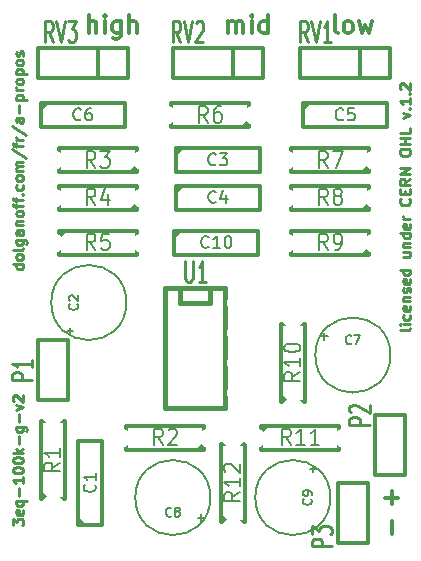
<source format=gto>
%FSLAX46Y46*%
G04 Gerber Fmt 4.6, Leading zero omitted, Abs format (unit mm)*
G04 Created by KiCad (PCBNEW (2014-09-19 BZR 5142)-product) date 28/09/2014 23:35:33*
%MOMM*%
G01*
G04 APERTURE LIST*
%ADD10C,0.100000*%
%ADD11C,0.222250*%
%ADD12C,0.300000*%
%ADD13C,0.304800*%
%ADD14C,0.127000*%
%ADD15C,0.381000*%
%ADD16C,0.203200*%
%ADD17C,0.190500*%
%ADD18C,0.271780*%
%ADD19C,0.269240*%
%ADD20C,0.285750*%
%ADD21C,1.778000*%
%ADD22R,1.778000X1.778000*%
%ADD23R,2.286000X1.778000*%
%ADD24O,2.286000X1.778000*%
G04 APERTURE END LIST*
D10*
D11*
X113432167Y-121094501D02*
X113432167Y-120544168D01*
X113770833Y-120840501D01*
X113770833Y-120713501D01*
X113813167Y-120628834D01*
X113855500Y-120586501D01*
X113940167Y-120544168D01*
X114151833Y-120544168D01*
X114236500Y-120586501D01*
X114278833Y-120628834D01*
X114321167Y-120713501D01*
X114321167Y-120967501D01*
X114278833Y-121052168D01*
X114236500Y-121094501D01*
X114278833Y-119824501D02*
X114321167Y-119909167D01*
X114321167Y-120078501D01*
X114278833Y-120163167D01*
X114194167Y-120205501D01*
X113855500Y-120205501D01*
X113770833Y-120163167D01*
X113728500Y-120078501D01*
X113728500Y-119909167D01*
X113770833Y-119824501D01*
X113855500Y-119782167D01*
X113940167Y-119782167D01*
X114024833Y-120205501D01*
X113728500Y-119020167D02*
X114617500Y-119020167D01*
X114278833Y-119020167D02*
X114321167Y-119104834D01*
X114321167Y-119274167D01*
X114278833Y-119358834D01*
X114236500Y-119401167D01*
X114151833Y-119443501D01*
X113897833Y-119443501D01*
X113813167Y-119401167D01*
X113770833Y-119358834D01*
X113728500Y-119274167D01*
X113728500Y-119104834D01*
X113770833Y-119020167D01*
X113982500Y-118596834D02*
X113982500Y-117919501D01*
X114321167Y-117030501D02*
X114321167Y-117538501D01*
X114321167Y-117284501D02*
X113432167Y-117284501D01*
X113559167Y-117369167D01*
X113643833Y-117453834D01*
X113686167Y-117538501D01*
X113432167Y-116480167D02*
X113432167Y-116395500D01*
X113474500Y-116310834D01*
X113516833Y-116268500D01*
X113601500Y-116226167D01*
X113770833Y-116183834D01*
X113982500Y-116183834D01*
X114151833Y-116226167D01*
X114236500Y-116268500D01*
X114278833Y-116310834D01*
X114321167Y-116395500D01*
X114321167Y-116480167D01*
X114278833Y-116564834D01*
X114236500Y-116607167D01*
X114151833Y-116649500D01*
X113982500Y-116691834D01*
X113770833Y-116691834D01*
X113601500Y-116649500D01*
X113516833Y-116607167D01*
X113474500Y-116564834D01*
X113432167Y-116480167D01*
X113432167Y-115633500D02*
X113432167Y-115548833D01*
X113474500Y-115464167D01*
X113516833Y-115421833D01*
X113601500Y-115379500D01*
X113770833Y-115337167D01*
X113982500Y-115337167D01*
X114151833Y-115379500D01*
X114236500Y-115421833D01*
X114278833Y-115464167D01*
X114321167Y-115548833D01*
X114321167Y-115633500D01*
X114278833Y-115718167D01*
X114236500Y-115760500D01*
X114151833Y-115802833D01*
X113982500Y-115845167D01*
X113770833Y-115845167D01*
X113601500Y-115802833D01*
X113516833Y-115760500D01*
X113474500Y-115718167D01*
X113432167Y-115633500D01*
X114321167Y-114956166D02*
X113432167Y-114956166D01*
X113982500Y-114871500D02*
X114321167Y-114617500D01*
X113728500Y-114617500D02*
X114067167Y-114956166D01*
X113982500Y-114236499D02*
X113982500Y-113559166D01*
X113728500Y-112754832D02*
X114448167Y-112754832D01*
X114532833Y-112797166D01*
X114575167Y-112839499D01*
X114617500Y-112924166D01*
X114617500Y-113051166D01*
X114575167Y-113135832D01*
X114278833Y-112754832D02*
X114321167Y-112839499D01*
X114321167Y-113008832D01*
X114278833Y-113093499D01*
X114236500Y-113135832D01*
X114151833Y-113178166D01*
X113897833Y-113178166D01*
X113813167Y-113135832D01*
X113770833Y-113093499D01*
X113728500Y-113008832D01*
X113728500Y-112839499D01*
X113770833Y-112754832D01*
X113982500Y-112331499D02*
X113982500Y-111654166D01*
X113728500Y-111315499D02*
X114321167Y-111103832D01*
X113728500Y-110892166D01*
X113516833Y-110595833D02*
X113474500Y-110553499D01*
X113432167Y-110468833D01*
X113432167Y-110257166D01*
X113474500Y-110172499D01*
X113516833Y-110130166D01*
X113601500Y-110087833D01*
X113686167Y-110087833D01*
X113813167Y-110130166D01*
X114321167Y-110638166D01*
X114321167Y-110087833D01*
X114321167Y-98975330D02*
X113432167Y-98975330D01*
X114278833Y-98975330D02*
X114321167Y-99059997D01*
X114321167Y-99229330D01*
X114278833Y-99313997D01*
X114236500Y-99356330D01*
X114151833Y-99398664D01*
X113897833Y-99398664D01*
X113813167Y-99356330D01*
X113770833Y-99313997D01*
X113728500Y-99229330D01*
X113728500Y-99059997D01*
X113770833Y-98975330D01*
X114321167Y-98424997D02*
X114278833Y-98509664D01*
X114236500Y-98551997D01*
X114151833Y-98594331D01*
X113897833Y-98594331D01*
X113813167Y-98551997D01*
X113770833Y-98509664D01*
X113728500Y-98424997D01*
X113728500Y-98297997D01*
X113770833Y-98213331D01*
X113813167Y-98170997D01*
X113897833Y-98128664D01*
X114151833Y-98128664D01*
X114236500Y-98170997D01*
X114278833Y-98213331D01*
X114321167Y-98297997D01*
X114321167Y-98424997D01*
X114321167Y-97620664D02*
X114278833Y-97705331D01*
X114194167Y-97747664D01*
X113432167Y-97747664D01*
X113728500Y-96900997D02*
X114448167Y-96900997D01*
X114532833Y-96943331D01*
X114575167Y-96985664D01*
X114617500Y-97070331D01*
X114617500Y-97197331D01*
X114575167Y-97281997D01*
X114278833Y-96900997D02*
X114321167Y-96985664D01*
X114321167Y-97154997D01*
X114278833Y-97239664D01*
X114236500Y-97281997D01*
X114151833Y-97324331D01*
X113897833Y-97324331D01*
X113813167Y-97281997D01*
X113770833Y-97239664D01*
X113728500Y-97154997D01*
X113728500Y-96985664D01*
X113770833Y-96900997D01*
X114321167Y-96096664D02*
X113855500Y-96096664D01*
X113770833Y-96138998D01*
X113728500Y-96223664D01*
X113728500Y-96392998D01*
X113770833Y-96477664D01*
X114278833Y-96096664D02*
X114321167Y-96181331D01*
X114321167Y-96392998D01*
X114278833Y-96477664D01*
X114194167Y-96519998D01*
X114109500Y-96519998D01*
X114024833Y-96477664D01*
X113982500Y-96392998D01*
X113982500Y-96181331D01*
X113940167Y-96096664D01*
X113728500Y-95673331D02*
X114321167Y-95673331D01*
X113813167Y-95673331D02*
X113770833Y-95630998D01*
X113728500Y-95546331D01*
X113728500Y-95419331D01*
X113770833Y-95334665D01*
X113855500Y-95292331D01*
X114321167Y-95292331D01*
X114321167Y-94741998D02*
X114278833Y-94826665D01*
X114236500Y-94868998D01*
X114151833Y-94911332D01*
X113897833Y-94911332D01*
X113813167Y-94868998D01*
X113770833Y-94826665D01*
X113728500Y-94741998D01*
X113728500Y-94614998D01*
X113770833Y-94530332D01*
X113813167Y-94487998D01*
X113897833Y-94445665D01*
X114151833Y-94445665D01*
X114236500Y-94487998D01*
X114278833Y-94530332D01*
X114321167Y-94614998D01*
X114321167Y-94741998D01*
X113728500Y-94191665D02*
X113728500Y-93852999D01*
X114321167Y-94064665D02*
X113559167Y-94064665D01*
X113474500Y-94022332D01*
X113432167Y-93937665D01*
X113432167Y-93852999D01*
X113728500Y-93683665D02*
X113728500Y-93344999D01*
X114321167Y-93556665D02*
X113559167Y-93556665D01*
X113474500Y-93514332D01*
X113432167Y-93429665D01*
X113432167Y-93344999D01*
X114236500Y-93048665D02*
X114278833Y-93006332D01*
X114321167Y-93048665D01*
X114278833Y-93090999D01*
X114236500Y-93048665D01*
X114321167Y-93048665D01*
X114278833Y-92244332D02*
X114321167Y-92328999D01*
X114321167Y-92498332D01*
X114278833Y-92582999D01*
X114236500Y-92625332D01*
X114151833Y-92667666D01*
X113897833Y-92667666D01*
X113813167Y-92625332D01*
X113770833Y-92582999D01*
X113728500Y-92498332D01*
X113728500Y-92328999D01*
X113770833Y-92244332D01*
X114321167Y-91736332D02*
X114278833Y-91820999D01*
X114236500Y-91863332D01*
X114151833Y-91905666D01*
X113897833Y-91905666D01*
X113813167Y-91863332D01*
X113770833Y-91820999D01*
X113728500Y-91736332D01*
X113728500Y-91609332D01*
X113770833Y-91524666D01*
X113813167Y-91482332D01*
X113897833Y-91439999D01*
X114151833Y-91439999D01*
X114236500Y-91482332D01*
X114278833Y-91524666D01*
X114321167Y-91609332D01*
X114321167Y-91736332D01*
X114321167Y-91058999D02*
X113728500Y-91058999D01*
X113813167Y-91058999D02*
X113770833Y-91016666D01*
X113728500Y-90931999D01*
X113728500Y-90804999D01*
X113770833Y-90720333D01*
X113855500Y-90677999D01*
X114321167Y-90677999D01*
X113855500Y-90677999D02*
X113770833Y-90635666D01*
X113728500Y-90550999D01*
X113728500Y-90423999D01*
X113770833Y-90339333D01*
X113855500Y-90296999D01*
X114321167Y-90296999D01*
X113389833Y-89238666D02*
X114532833Y-90000666D01*
X113728500Y-89069333D02*
X113728500Y-88730667D01*
X114321167Y-88942333D02*
X113559167Y-88942333D01*
X113474500Y-88900000D01*
X113432167Y-88815333D01*
X113432167Y-88730667D01*
X114321167Y-88434333D02*
X113728500Y-88434333D01*
X113897833Y-88434333D02*
X113813167Y-88392000D01*
X113770833Y-88349667D01*
X113728500Y-88265000D01*
X113728500Y-88180333D01*
X113389833Y-87249000D02*
X114532833Y-88011000D01*
X114321167Y-86571667D02*
X113855500Y-86571667D01*
X113770833Y-86614001D01*
X113728500Y-86698667D01*
X113728500Y-86868001D01*
X113770833Y-86952667D01*
X114278833Y-86571667D02*
X114321167Y-86656334D01*
X114321167Y-86868001D01*
X114278833Y-86952667D01*
X114194167Y-86995001D01*
X114109500Y-86995001D01*
X114024833Y-86952667D01*
X113982500Y-86868001D01*
X113982500Y-86656334D01*
X113940167Y-86571667D01*
X113982500Y-86148334D02*
X113982500Y-85471001D01*
X113728500Y-85047667D02*
X114617500Y-85047667D01*
X113770833Y-85047667D02*
X113728500Y-84963001D01*
X113728500Y-84793667D01*
X113770833Y-84709001D01*
X113813167Y-84666667D01*
X113897833Y-84624334D01*
X114151833Y-84624334D01*
X114236500Y-84666667D01*
X114278833Y-84709001D01*
X114321167Y-84793667D01*
X114321167Y-84963001D01*
X114278833Y-85047667D01*
X114321167Y-84243334D02*
X113728500Y-84243334D01*
X113897833Y-84243334D02*
X113813167Y-84201001D01*
X113770833Y-84158668D01*
X113728500Y-84074001D01*
X113728500Y-83989334D01*
X114321167Y-83566001D02*
X114278833Y-83650668D01*
X114236500Y-83693001D01*
X114151833Y-83735335D01*
X113897833Y-83735335D01*
X113813167Y-83693001D01*
X113770833Y-83650668D01*
X113728500Y-83566001D01*
X113728500Y-83439001D01*
X113770833Y-83354335D01*
X113813167Y-83312001D01*
X113897833Y-83269668D01*
X114151833Y-83269668D01*
X114236500Y-83312001D01*
X114278833Y-83354335D01*
X114321167Y-83439001D01*
X114321167Y-83566001D01*
X113728500Y-82888668D02*
X114617500Y-82888668D01*
X113770833Y-82888668D02*
X113728500Y-82804002D01*
X113728500Y-82634668D01*
X113770833Y-82550002D01*
X113813167Y-82507668D01*
X113897833Y-82465335D01*
X114151833Y-82465335D01*
X114236500Y-82507668D01*
X114278833Y-82550002D01*
X114321167Y-82634668D01*
X114321167Y-82804002D01*
X114278833Y-82888668D01*
X114321167Y-81957335D02*
X114278833Y-82042002D01*
X114236500Y-82084335D01*
X114151833Y-82126669D01*
X113897833Y-82126669D01*
X113813167Y-82084335D01*
X113770833Y-82042002D01*
X113728500Y-81957335D01*
X113728500Y-81830335D01*
X113770833Y-81745669D01*
X113813167Y-81703335D01*
X113897833Y-81661002D01*
X114151833Y-81661002D01*
X114236500Y-81703335D01*
X114278833Y-81745669D01*
X114321167Y-81830335D01*
X114321167Y-81957335D01*
X114278833Y-81322336D02*
X114321167Y-81237669D01*
X114321167Y-81068336D01*
X114278833Y-80983669D01*
X114194167Y-80941336D01*
X114151833Y-80941336D01*
X114067167Y-80983669D01*
X114024833Y-81068336D01*
X114024833Y-81195336D01*
X113982500Y-81280002D01*
X113897833Y-81322336D01*
X113855500Y-81322336D01*
X113770833Y-81280002D01*
X113728500Y-81195336D01*
X113728500Y-81068336D01*
X113770833Y-80983669D01*
X147087167Y-104393997D02*
X147044833Y-104478664D01*
X146960167Y-104520997D01*
X146198167Y-104520997D01*
X147087167Y-104055330D02*
X146494500Y-104055330D01*
X146198167Y-104055330D02*
X146240500Y-104097664D01*
X146282833Y-104055330D01*
X146240500Y-104012997D01*
X146198167Y-104055330D01*
X146282833Y-104055330D01*
X147044833Y-103250997D02*
X147087167Y-103335664D01*
X147087167Y-103504997D01*
X147044833Y-103589664D01*
X147002500Y-103631997D01*
X146917833Y-103674331D01*
X146663833Y-103674331D01*
X146579167Y-103631997D01*
X146536833Y-103589664D01*
X146494500Y-103504997D01*
X146494500Y-103335664D01*
X146536833Y-103250997D01*
X147044833Y-102531331D02*
X147087167Y-102615997D01*
X147087167Y-102785331D01*
X147044833Y-102869997D01*
X146960167Y-102912331D01*
X146621500Y-102912331D01*
X146536833Y-102869997D01*
X146494500Y-102785331D01*
X146494500Y-102615997D01*
X146536833Y-102531331D01*
X146621500Y-102488997D01*
X146706167Y-102488997D01*
X146790833Y-102912331D01*
X146494500Y-102107997D02*
X147087167Y-102107997D01*
X146579167Y-102107997D02*
X146536833Y-102065664D01*
X146494500Y-101980997D01*
X146494500Y-101853997D01*
X146536833Y-101769331D01*
X146621500Y-101726997D01*
X147087167Y-101726997D01*
X147044833Y-101345998D02*
X147087167Y-101261331D01*
X147087167Y-101091998D01*
X147044833Y-101007331D01*
X146960167Y-100964998D01*
X146917833Y-100964998D01*
X146833167Y-101007331D01*
X146790833Y-101091998D01*
X146790833Y-101218998D01*
X146748500Y-101303664D01*
X146663833Y-101345998D01*
X146621500Y-101345998D01*
X146536833Y-101303664D01*
X146494500Y-101218998D01*
X146494500Y-101091998D01*
X146536833Y-101007331D01*
X147044833Y-100245331D02*
X147087167Y-100329997D01*
X147087167Y-100499331D01*
X147044833Y-100583997D01*
X146960167Y-100626331D01*
X146621500Y-100626331D01*
X146536833Y-100583997D01*
X146494500Y-100499331D01*
X146494500Y-100329997D01*
X146536833Y-100245331D01*
X146621500Y-100202997D01*
X146706167Y-100202997D01*
X146790833Y-100626331D01*
X147087167Y-99440997D02*
X146198167Y-99440997D01*
X147044833Y-99440997D02*
X147087167Y-99525664D01*
X147087167Y-99694997D01*
X147044833Y-99779664D01*
X147002500Y-99821997D01*
X146917833Y-99864331D01*
X146663833Y-99864331D01*
X146579167Y-99821997D01*
X146536833Y-99779664D01*
X146494500Y-99694997D01*
X146494500Y-99525664D01*
X146536833Y-99440997D01*
X146494500Y-97959331D02*
X147087167Y-97959331D01*
X146494500Y-98340331D02*
X146960167Y-98340331D01*
X147044833Y-98297998D01*
X147087167Y-98213331D01*
X147087167Y-98086331D01*
X147044833Y-98001665D01*
X147002500Y-97959331D01*
X146494500Y-97535998D02*
X147087167Y-97535998D01*
X146579167Y-97535998D02*
X146536833Y-97493665D01*
X146494500Y-97408998D01*
X146494500Y-97281998D01*
X146536833Y-97197332D01*
X146621500Y-97154998D01*
X147087167Y-97154998D01*
X147087167Y-96350665D02*
X146198167Y-96350665D01*
X147044833Y-96350665D02*
X147087167Y-96435332D01*
X147087167Y-96604665D01*
X147044833Y-96689332D01*
X147002500Y-96731665D01*
X146917833Y-96773999D01*
X146663833Y-96773999D01*
X146579167Y-96731665D01*
X146536833Y-96689332D01*
X146494500Y-96604665D01*
X146494500Y-96435332D01*
X146536833Y-96350665D01*
X147044833Y-95588666D02*
X147087167Y-95673332D01*
X147087167Y-95842666D01*
X147044833Y-95927332D01*
X146960167Y-95969666D01*
X146621500Y-95969666D01*
X146536833Y-95927332D01*
X146494500Y-95842666D01*
X146494500Y-95673332D01*
X146536833Y-95588666D01*
X146621500Y-95546332D01*
X146706167Y-95546332D01*
X146790833Y-95969666D01*
X147087167Y-95165332D02*
X146494500Y-95165332D01*
X146663833Y-95165332D02*
X146579167Y-95122999D01*
X146536833Y-95080666D01*
X146494500Y-94995999D01*
X146494500Y-94911332D01*
X147002500Y-93429666D02*
X147044833Y-93472000D01*
X147087167Y-93599000D01*
X147087167Y-93683666D01*
X147044833Y-93810666D01*
X146960167Y-93895333D01*
X146875500Y-93937666D01*
X146706167Y-93980000D01*
X146579167Y-93980000D01*
X146409833Y-93937666D01*
X146325167Y-93895333D01*
X146240500Y-93810666D01*
X146198167Y-93683666D01*
X146198167Y-93599000D01*
X146240500Y-93472000D01*
X146282833Y-93429666D01*
X146621500Y-93048666D02*
X146621500Y-92752333D01*
X147087167Y-92625333D02*
X147087167Y-93048666D01*
X146198167Y-93048666D01*
X146198167Y-92625333D01*
X147087167Y-91736333D02*
X146663833Y-92032667D01*
X147087167Y-92244333D02*
X146198167Y-92244333D01*
X146198167Y-91905667D01*
X146240500Y-91821000D01*
X146282833Y-91778667D01*
X146367500Y-91736333D01*
X146494500Y-91736333D01*
X146579167Y-91778667D01*
X146621500Y-91821000D01*
X146663833Y-91905667D01*
X146663833Y-92244333D01*
X147087167Y-91355333D02*
X146198167Y-91355333D01*
X147087167Y-90847333D01*
X146198167Y-90847333D01*
X146198167Y-89577334D02*
X146198167Y-89408001D01*
X146240500Y-89323334D01*
X146325167Y-89238667D01*
X146494500Y-89196334D01*
X146790833Y-89196334D01*
X146960167Y-89238667D01*
X147044833Y-89323334D01*
X147087167Y-89408001D01*
X147087167Y-89577334D01*
X147044833Y-89662001D01*
X146960167Y-89746667D01*
X146790833Y-89789001D01*
X146494500Y-89789001D01*
X146325167Y-89746667D01*
X146240500Y-89662001D01*
X146198167Y-89577334D01*
X147087167Y-88815334D02*
X146198167Y-88815334D01*
X146621500Y-88815334D02*
X146621500Y-88307334D01*
X147087167Y-88307334D02*
X146198167Y-88307334D01*
X147087167Y-87460668D02*
X147087167Y-87884001D01*
X146198167Y-87884001D01*
X146494500Y-86571668D02*
X147087167Y-86360001D01*
X146494500Y-86148335D01*
X147002500Y-85809668D02*
X147044833Y-85767335D01*
X147087167Y-85809668D01*
X147044833Y-85852002D01*
X147002500Y-85809668D01*
X147087167Y-85809668D01*
X147087167Y-84920669D02*
X147087167Y-85428669D01*
X147087167Y-85174669D02*
X146198167Y-85174669D01*
X146325167Y-85259335D01*
X146409833Y-85344002D01*
X146452167Y-85428669D01*
X147002500Y-84539668D02*
X147044833Y-84497335D01*
X147087167Y-84539668D01*
X147044833Y-84582002D01*
X147002500Y-84539668D01*
X147087167Y-84539668D01*
X146282833Y-84158669D02*
X146240500Y-84116335D01*
X146198167Y-84031669D01*
X146198167Y-83820002D01*
X146240500Y-83735335D01*
X146282833Y-83693002D01*
X146367500Y-83650669D01*
X146452167Y-83650669D01*
X146579167Y-83693002D01*
X147087167Y-84201002D01*
X147087167Y-83650669D01*
D12*
X145522143Y-119316428D02*
X145522143Y-118173571D01*
X146093571Y-118745000D02*
X144950714Y-118745000D01*
X145522143Y-121856428D02*
X145522143Y-120713571D01*
X119884286Y-79418571D02*
X119884286Y-77918571D01*
X120527143Y-79418571D02*
X120527143Y-78632857D01*
X120455714Y-78490000D01*
X120312857Y-78418571D01*
X120098572Y-78418571D01*
X119955714Y-78490000D01*
X119884286Y-78561429D01*
X121241429Y-79418571D02*
X121241429Y-78418571D01*
X121241429Y-77918571D02*
X121170000Y-77990000D01*
X121241429Y-78061429D01*
X121312857Y-77990000D01*
X121241429Y-77918571D01*
X121241429Y-78061429D01*
X122598572Y-78418571D02*
X122598572Y-79632857D01*
X122527143Y-79775714D01*
X122455715Y-79847143D01*
X122312858Y-79918571D01*
X122098572Y-79918571D01*
X121955715Y-79847143D01*
X122598572Y-79347143D02*
X122455715Y-79418571D01*
X122170001Y-79418571D01*
X122027143Y-79347143D01*
X121955715Y-79275714D01*
X121884286Y-79132857D01*
X121884286Y-78704286D01*
X121955715Y-78561429D01*
X122027143Y-78490000D01*
X122170001Y-78418571D01*
X122455715Y-78418571D01*
X122598572Y-78490000D01*
X123312858Y-79418571D02*
X123312858Y-77918571D01*
X123955715Y-79418571D02*
X123955715Y-78632857D01*
X123884286Y-78490000D01*
X123741429Y-78418571D01*
X123527144Y-78418571D01*
X123384286Y-78490000D01*
X123312858Y-78561429D01*
X131671429Y-79418571D02*
X131671429Y-78418571D01*
X131671429Y-78561429D02*
X131742857Y-78490000D01*
X131885715Y-78418571D01*
X132100000Y-78418571D01*
X132242857Y-78490000D01*
X132314286Y-78632857D01*
X132314286Y-79418571D01*
X132314286Y-78632857D02*
X132385715Y-78490000D01*
X132528572Y-78418571D01*
X132742857Y-78418571D01*
X132885715Y-78490000D01*
X132957143Y-78632857D01*
X132957143Y-79418571D01*
X133671429Y-79418571D02*
X133671429Y-78418571D01*
X133671429Y-77918571D02*
X133600000Y-77990000D01*
X133671429Y-78061429D01*
X133742857Y-77990000D01*
X133671429Y-77918571D01*
X133671429Y-78061429D01*
X135028572Y-79418571D02*
X135028572Y-77918571D01*
X135028572Y-79347143D02*
X134885715Y-79418571D01*
X134600001Y-79418571D01*
X134457143Y-79347143D01*
X134385715Y-79275714D01*
X134314286Y-79132857D01*
X134314286Y-78704286D01*
X134385715Y-78561429D01*
X134457143Y-78490000D01*
X134600001Y-78418571D01*
X134885715Y-78418571D01*
X135028572Y-78490000D01*
X140954286Y-79418571D02*
X140811428Y-79347143D01*
X140740000Y-79204286D01*
X140740000Y-77918571D01*
X141740000Y-79418571D02*
X141597142Y-79347143D01*
X141525714Y-79275714D01*
X141454285Y-79132857D01*
X141454285Y-78704286D01*
X141525714Y-78561429D01*
X141597142Y-78490000D01*
X141740000Y-78418571D01*
X141954285Y-78418571D01*
X142097142Y-78490000D01*
X142168571Y-78561429D01*
X142240000Y-78704286D01*
X142240000Y-79132857D01*
X142168571Y-79275714D01*
X142097142Y-79347143D01*
X141954285Y-79418571D01*
X141740000Y-79418571D01*
X142740000Y-78418571D02*
X143025714Y-79418571D01*
X143311428Y-78704286D01*
X143597143Y-79418571D01*
X143882857Y-78418571D01*
D13*
X118999000Y-121031000D02*
X118999000Y-113919000D01*
X118999000Y-113919000D02*
X121031000Y-113919000D01*
X121031000Y-113919000D02*
X121031000Y-121031000D01*
X121031000Y-121031000D02*
X118999000Y-121031000D01*
X119507000Y-121031000D02*
X118999000Y-120523000D01*
D14*
X123065539Y-102235000D02*
G75*
G03X123065539Y-102235000I-3177539J0D01*
G74*
G01*
D13*
X127254000Y-89154000D02*
X134366000Y-89154000D01*
X134366000Y-89154000D02*
X134366000Y-91186000D01*
X134366000Y-91186000D02*
X127254000Y-91186000D01*
X127254000Y-91186000D02*
X127254000Y-89154000D01*
X127254000Y-89662000D02*
X127762000Y-89154000D01*
X127254000Y-92329000D02*
X134366000Y-92329000D01*
X134366000Y-92329000D02*
X134366000Y-94361000D01*
X134366000Y-94361000D02*
X127254000Y-94361000D01*
X127254000Y-94361000D02*
X127254000Y-92329000D01*
X127254000Y-92837000D02*
X127762000Y-92329000D01*
X138049000Y-85344000D02*
X145161000Y-85344000D01*
X145161000Y-85344000D02*
X145161000Y-87376000D01*
X145161000Y-87376000D02*
X138049000Y-87376000D01*
X138049000Y-87376000D02*
X138049000Y-85344000D01*
X138049000Y-85852000D02*
X138557000Y-85344000D01*
X115824000Y-85344000D02*
X122936000Y-85344000D01*
X122936000Y-85344000D02*
X122936000Y-87376000D01*
X122936000Y-87376000D02*
X115824000Y-87376000D01*
X115824000Y-87376000D02*
X115824000Y-85344000D01*
X115824000Y-85852000D02*
X116332000Y-85344000D01*
D14*
X145417539Y-106680000D02*
G75*
G03X145417539Y-106680000I-3177539J0D01*
G74*
G01*
X130177539Y-118745000D02*
G75*
G03X130177539Y-118745000I-3177539J0D01*
G74*
G01*
X140337539Y-118745000D02*
G75*
G03X140337539Y-118745000I-3177539J0D01*
G74*
G01*
D13*
X118110000Y-110490000D02*
X115570000Y-110490000D01*
X115570000Y-110490000D02*
X115570000Y-105410000D01*
X115570000Y-105410000D02*
X118110000Y-105410000D01*
X118110000Y-105410000D02*
X118110000Y-110490000D01*
X146685000Y-116840000D02*
X144145000Y-116840000D01*
X144145000Y-116840000D02*
X144145000Y-111760000D01*
X144145000Y-111760000D02*
X146685000Y-111760000D01*
X146685000Y-111760000D02*
X146685000Y-116840000D01*
X143510000Y-122555000D02*
X140970000Y-122555000D01*
X140970000Y-122555000D02*
X140970000Y-117475000D01*
X140970000Y-117475000D02*
X143510000Y-117475000D01*
X143510000Y-117475000D02*
X143510000Y-122555000D01*
X116840000Y-119380000D02*
X116840000Y-118872000D01*
X116840000Y-111760000D02*
X116840000Y-112268000D01*
X116840000Y-112268000D02*
X115824000Y-112268000D01*
X115824000Y-112268000D02*
X115824000Y-118872000D01*
X115824000Y-118872000D02*
X117856000Y-118872000D01*
X117856000Y-118872000D02*
X117856000Y-112268000D01*
X117856000Y-112268000D02*
X116840000Y-112268000D01*
X116332000Y-118872000D02*
X115824000Y-118364000D01*
X130175000Y-113665000D02*
X129667000Y-113665000D01*
X122555000Y-113665000D02*
X123063000Y-113665000D01*
X123063000Y-113665000D02*
X123063000Y-114681000D01*
X123063000Y-114681000D02*
X129667000Y-114681000D01*
X129667000Y-114681000D02*
X129667000Y-112649000D01*
X129667000Y-112649000D02*
X123063000Y-112649000D01*
X123063000Y-112649000D02*
X123063000Y-113665000D01*
X129667000Y-114173000D02*
X129159000Y-114681000D01*
X124460000Y-90170000D02*
X123952000Y-90170000D01*
X116840000Y-90170000D02*
X117348000Y-90170000D01*
X117348000Y-90170000D02*
X117348000Y-91186000D01*
X117348000Y-91186000D02*
X123952000Y-91186000D01*
X123952000Y-91186000D02*
X123952000Y-89154000D01*
X123952000Y-89154000D02*
X117348000Y-89154000D01*
X117348000Y-89154000D02*
X117348000Y-90170000D01*
X123952000Y-90678000D02*
X123444000Y-91186000D01*
X124460000Y-93345000D02*
X123952000Y-93345000D01*
X116840000Y-93345000D02*
X117348000Y-93345000D01*
X117348000Y-93345000D02*
X117348000Y-94361000D01*
X117348000Y-94361000D02*
X123952000Y-94361000D01*
X123952000Y-94361000D02*
X123952000Y-92329000D01*
X123952000Y-92329000D02*
X117348000Y-92329000D01*
X117348000Y-92329000D02*
X117348000Y-93345000D01*
X123952000Y-93853000D02*
X123444000Y-94361000D01*
X116840000Y-97155000D02*
X117348000Y-97155000D01*
X124460000Y-97155000D02*
X123952000Y-97155000D01*
X123952000Y-97155000D02*
X123952000Y-96139000D01*
X123952000Y-96139000D02*
X117348000Y-96139000D01*
X117348000Y-96139000D02*
X117348000Y-98171000D01*
X117348000Y-98171000D02*
X123952000Y-98171000D01*
X123952000Y-98171000D02*
X123952000Y-97155000D01*
X117348000Y-96647000D02*
X117856000Y-96139000D01*
X133985000Y-86360000D02*
X133477000Y-86360000D01*
X126365000Y-86360000D02*
X126873000Y-86360000D01*
X126873000Y-86360000D02*
X126873000Y-87376000D01*
X126873000Y-87376000D02*
X133477000Y-87376000D01*
X133477000Y-87376000D02*
X133477000Y-85344000D01*
X133477000Y-85344000D02*
X126873000Y-85344000D01*
X126873000Y-85344000D02*
X126873000Y-86360000D01*
X133477000Y-86868000D02*
X132969000Y-87376000D01*
X144145000Y-90170000D02*
X143637000Y-90170000D01*
X136525000Y-90170000D02*
X137033000Y-90170000D01*
X137033000Y-90170000D02*
X137033000Y-91186000D01*
X137033000Y-91186000D02*
X143637000Y-91186000D01*
X143637000Y-91186000D02*
X143637000Y-89154000D01*
X143637000Y-89154000D02*
X137033000Y-89154000D01*
X137033000Y-89154000D02*
X137033000Y-90170000D01*
X143637000Y-90678000D02*
X143129000Y-91186000D01*
X144145000Y-93345000D02*
X143637000Y-93345000D01*
X136525000Y-93345000D02*
X137033000Y-93345000D01*
X137033000Y-93345000D02*
X137033000Y-94361000D01*
X137033000Y-94361000D02*
X143637000Y-94361000D01*
X143637000Y-94361000D02*
X143637000Y-92329000D01*
X143637000Y-92329000D02*
X137033000Y-92329000D01*
X137033000Y-92329000D02*
X137033000Y-93345000D01*
X143637000Y-93853000D02*
X143129000Y-94361000D01*
X144145000Y-97155000D02*
X143637000Y-97155000D01*
X136525000Y-97155000D02*
X137033000Y-97155000D01*
X137033000Y-97155000D02*
X137033000Y-98171000D01*
X137033000Y-98171000D02*
X143637000Y-98171000D01*
X143637000Y-98171000D02*
X143637000Y-96139000D01*
X143637000Y-96139000D02*
X137033000Y-96139000D01*
X137033000Y-96139000D02*
X137033000Y-97155000D01*
X143637000Y-97663000D02*
X143129000Y-98171000D01*
X137160000Y-111125000D02*
X137160000Y-110617000D01*
X137160000Y-103505000D02*
X137160000Y-104013000D01*
X137160000Y-104013000D02*
X136144000Y-104013000D01*
X136144000Y-104013000D02*
X136144000Y-110617000D01*
X136144000Y-110617000D02*
X138176000Y-110617000D01*
X138176000Y-110617000D02*
X138176000Y-104013000D01*
X138176000Y-104013000D02*
X137160000Y-104013000D01*
X136652000Y-110617000D02*
X136144000Y-110109000D01*
X133985000Y-113665000D02*
X134493000Y-113665000D01*
X141605000Y-113665000D02*
X141097000Y-113665000D01*
X141097000Y-113665000D02*
X141097000Y-112649000D01*
X141097000Y-112649000D02*
X134493000Y-112649000D01*
X134493000Y-112649000D02*
X134493000Y-114681000D01*
X134493000Y-114681000D02*
X141097000Y-114681000D01*
X141097000Y-114681000D02*
X141097000Y-113665000D01*
X134493000Y-113157000D02*
X135001000Y-112649000D01*
X132080000Y-121285000D02*
X132080000Y-120777000D01*
X132080000Y-113665000D02*
X132080000Y-114173000D01*
X132080000Y-114173000D02*
X131064000Y-114173000D01*
X131064000Y-114173000D02*
X131064000Y-120777000D01*
X131064000Y-120777000D02*
X133096000Y-120777000D01*
X133096000Y-120777000D02*
X133096000Y-114173000D01*
X133096000Y-114173000D02*
X132080000Y-114173000D01*
X131572000Y-120777000D02*
X131064000Y-120269000D01*
X145415000Y-80645000D02*
X145415000Y-83185000D01*
X145415000Y-83185000D02*
X137795000Y-83185000D01*
X137795000Y-83185000D02*
X137795000Y-80645000D01*
X137795000Y-80645000D02*
X145415000Y-80645000D01*
X142875000Y-83185000D02*
X142875000Y-80645000D01*
X134620000Y-80645000D02*
X134620000Y-83185000D01*
X134620000Y-83185000D02*
X127000000Y-83185000D01*
X127000000Y-83185000D02*
X127000000Y-80645000D01*
X127000000Y-80645000D02*
X134620000Y-80645000D01*
X132080000Y-83185000D02*
X132080000Y-80645000D01*
X123190000Y-80645000D02*
X123190000Y-83185000D01*
X123190000Y-83185000D02*
X115570000Y-83185000D01*
X115570000Y-83185000D02*
X115570000Y-80645000D01*
X115570000Y-80645000D02*
X123190000Y-80645000D01*
X120650000Y-83185000D02*
X120650000Y-80645000D01*
D15*
X130175000Y-100965000D02*
X130175000Y-102235000D01*
X130175000Y-102235000D02*
X127635000Y-102235000D01*
X127635000Y-102235000D02*
X127635000Y-100965000D01*
X131445000Y-100965000D02*
X131445000Y-111125000D01*
X131445000Y-111125000D02*
X126365000Y-111125000D01*
X126365000Y-111125000D02*
X126365000Y-100965000D01*
X126365000Y-100965000D02*
X131445000Y-100965000D01*
D13*
X127127000Y-96139000D02*
X134239000Y-96139000D01*
X134239000Y-96139000D02*
X134239000Y-98171000D01*
X134239000Y-98171000D02*
X127127000Y-98171000D01*
X127127000Y-98171000D02*
X127127000Y-96139000D01*
X127127000Y-96647000D02*
X127635000Y-96139000D01*
D16*
X120377857Y-117644333D02*
X120426238Y-117692714D01*
X120474619Y-117837857D01*
X120474619Y-117934619D01*
X120426238Y-118079761D01*
X120329476Y-118176523D01*
X120232714Y-118224904D01*
X120039190Y-118273285D01*
X119894048Y-118273285D01*
X119700524Y-118224904D01*
X119603762Y-118176523D01*
X119507000Y-118079761D01*
X119458619Y-117934619D01*
X119458619Y-117837857D01*
X119507000Y-117692714D01*
X119555381Y-117644333D01*
X120474619Y-116676714D02*
X120474619Y-117257285D01*
X120474619Y-116966999D02*
X119458619Y-116966999D01*
X119603762Y-117063761D01*
X119700524Y-117160523D01*
X119748905Y-117257285D01*
D14*
X118892683Y-102362000D02*
X118928969Y-102398286D01*
X118965254Y-102507143D01*
X118965254Y-102579714D01*
X118928969Y-102688571D01*
X118856397Y-102761143D01*
X118783826Y-102797428D01*
X118638683Y-102833714D01*
X118529826Y-102833714D01*
X118384683Y-102797428D01*
X118312111Y-102761143D01*
X118239540Y-102688571D01*
X118203254Y-102579714D01*
X118203254Y-102507143D01*
X118239540Y-102398286D01*
X118275826Y-102362000D01*
X118275826Y-102071714D02*
X118239540Y-102035428D01*
X118203254Y-101962857D01*
X118203254Y-101781428D01*
X118239540Y-101708857D01*
X118275826Y-101672571D01*
X118348397Y-101636286D01*
X118420969Y-101636286D01*
X118529826Y-101672571D01*
X118965254Y-102108000D01*
X118965254Y-101636286D01*
D17*
X118291429Y-104938285D02*
X118291429Y-104357714D01*
X118581714Y-104648000D02*
X118001143Y-104648000D01*
D16*
X130640667Y-90532857D02*
X130592286Y-90581238D01*
X130447143Y-90629619D01*
X130350381Y-90629619D01*
X130205239Y-90581238D01*
X130108477Y-90484476D01*
X130060096Y-90387714D01*
X130011715Y-90194190D01*
X130011715Y-90049048D01*
X130060096Y-89855524D01*
X130108477Y-89758762D01*
X130205239Y-89662000D01*
X130350381Y-89613619D01*
X130447143Y-89613619D01*
X130592286Y-89662000D01*
X130640667Y-89710381D01*
X130979334Y-89613619D02*
X131608286Y-89613619D01*
X131269620Y-90000667D01*
X131414762Y-90000667D01*
X131511524Y-90049048D01*
X131559905Y-90097429D01*
X131608286Y-90194190D01*
X131608286Y-90436095D01*
X131559905Y-90532857D01*
X131511524Y-90581238D01*
X131414762Y-90629619D01*
X131124477Y-90629619D01*
X131027715Y-90581238D01*
X130979334Y-90532857D01*
X130640667Y-93707857D02*
X130592286Y-93756238D01*
X130447143Y-93804619D01*
X130350381Y-93804619D01*
X130205239Y-93756238D01*
X130108477Y-93659476D01*
X130060096Y-93562714D01*
X130011715Y-93369190D01*
X130011715Y-93224048D01*
X130060096Y-93030524D01*
X130108477Y-92933762D01*
X130205239Y-92837000D01*
X130350381Y-92788619D01*
X130447143Y-92788619D01*
X130592286Y-92837000D01*
X130640667Y-92885381D01*
X131511524Y-93127286D02*
X131511524Y-93804619D01*
X131269620Y-92740238D02*
X131027715Y-93465952D01*
X131656667Y-93465952D01*
X141435667Y-86722857D02*
X141387286Y-86771238D01*
X141242143Y-86819619D01*
X141145381Y-86819619D01*
X141000239Y-86771238D01*
X140903477Y-86674476D01*
X140855096Y-86577714D01*
X140806715Y-86384190D01*
X140806715Y-86239048D01*
X140855096Y-86045524D01*
X140903477Y-85948762D01*
X141000239Y-85852000D01*
X141145381Y-85803619D01*
X141242143Y-85803619D01*
X141387286Y-85852000D01*
X141435667Y-85900381D01*
X142354905Y-85803619D02*
X141871096Y-85803619D01*
X141822715Y-86287429D01*
X141871096Y-86239048D01*
X141967858Y-86190667D01*
X142209762Y-86190667D01*
X142306524Y-86239048D01*
X142354905Y-86287429D01*
X142403286Y-86384190D01*
X142403286Y-86626095D01*
X142354905Y-86722857D01*
X142306524Y-86771238D01*
X142209762Y-86819619D01*
X141967858Y-86819619D01*
X141871096Y-86771238D01*
X141822715Y-86722857D01*
X119210667Y-86722857D02*
X119162286Y-86771238D01*
X119017143Y-86819619D01*
X118920381Y-86819619D01*
X118775239Y-86771238D01*
X118678477Y-86674476D01*
X118630096Y-86577714D01*
X118581715Y-86384190D01*
X118581715Y-86239048D01*
X118630096Y-86045524D01*
X118678477Y-85948762D01*
X118775239Y-85852000D01*
X118920381Y-85803619D01*
X119017143Y-85803619D01*
X119162286Y-85852000D01*
X119210667Y-85900381D01*
X120081524Y-85803619D02*
X119888001Y-85803619D01*
X119791239Y-85852000D01*
X119742858Y-85900381D01*
X119646096Y-86045524D01*
X119597715Y-86239048D01*
X119597715Y-86626095D01*
X119646096Y-86722857D01*
X119694477Y-86771238D01*
X119791239Y-86819619D01*
X119984762Y-86819619D01*
X120081524Y-86771238D01*
X120129905Y-86722857D01*
X120178286Y-86626095D01*
X120178286Y-86384190D01*
X120129905Y-86287429D01*
X120081524Y-86239048D01*
X119984762Y-86190667D01*
X119791239Y-86190667D01*
X119694477Y-86239048D01*
X119646096Y-86287429D01*
X119597715Y-86384190D01*
D14*
X142113000Y-105684683D02*
X142076714Y-105720969D01*
X141967857Y-105757254D01*
X141895286Y-105757254D01*
X141786429Y-105720969D01*
X141713857Y-105648397D01*
X141677572Y-105575826D01*
X141641286Y-105430683D01*
X141641286Y-105321826D01*
X141677572Y-105176683D01*
X141713857Y-105104111D01*
X141786429Y-105031540D01*
X141895286Y-104995254D01*
X141967857Y-104995254D01*
X142076714Y-105031540D01*
X142113000Y-105067826D01*
X142367000Y-104995254D02*
X142875000Y-104995254D01*
X142548429Y-105757254D01*
D17*
X139536715Y-105083429D02*
X140117286Y-105083429D01*
X139827000Y-105373714D02*
X139827000Y-104793143D01*
D16*
D14*
X126873000Y-120284603D02*
X126836714Y-120320889D01*
X126727857Y-120357174D01*
X126655286Y-120357174D01*
X126546429Y-120320889D01*
X126473857Y-120248317D01*
X126437572Y-120175746D01*
X126401286Y-120030603D01*
X126401286Y-119921746D01*
X126437572Y-119776603D01*
X126473857Y-119704031D01*
X126546429Y-119631460D01*
X126655286Y-119595174D01*
X126727857Y-119595174D01*
X126836714Y-119631460D01*
X126873000Y-119667746D01*
X127308429Y-119921746D02*
X127235857Y-119885460D01*
X127199572Y-119849174D01*
X127163286Y-119776603D01*
X127163286Y-119740317D01*
X127199572Y-119667746D01*
X127235857Y-119631460D01*
X127308429Y-119595174D01*
X127453572Y-119595174D01*
X127526143Y-119631460D01*
X127562429Y-119667746D01*
X127598714Y-119740317D01*
X127598714Y-119776603D01*
X127562429Y-119849174D01*
X127526143Y-119885460D01*
X127453572Y-119921746D01*
X127308429Y-119921746D01*
X127235857Y-119958031D01*
X127199572Y-119994317D01*
X127163286Y-120066889D01*
X127163286Y-120212031D01*
X127199572Y-120284603D01*
X127235857Y-120320889D01*
X127308429Y-120357174D01*
X127453572Y-120357174D01*
X127526143Y-120320889D01*
X127562429Y-120284603D01*
X127598714Y-120212031D01*
X127598714Y-120066889D01*
X127562429Y-119994317D01*
X127526143Y-119958031D01*
X127453572Y-119921746D01*
D17*
X129122715Y-120450429D02*
X129703286Y-120450429D01*
X129413000Y-120740714D02*
X129413000Y-120160143D01*
D16*
D14*
X138699603Y-118872000D02*
X138735889Y-118908286D01*
X138772174Y-119017143D01*
X138772174Y-119089714D01*
X138735889Y-119198571D01*
X138663317Y-119271143D01*
X138590746Y-119307428D01*
X138445603Y-119343714D01*
X138336746Y-119343714D01*
X138191603Y-119307428D01*
X138119031Y-119271143D01*
X138046460Y-119198571D01*
X138010174Y-119089714D01*
X138010174Y-119017143D01*
X138046460Y-118908286D01*
X138082746Y-118872000D01*
X138772174Y-118509143D02*
X138772174Y-118364000D01*
X138735889Y-118291428D01*
X138699603Y-118255143D01*
X138590746Y-118182571D01*
X138445603Y-118146286D01*
X138155317Y-118146286D01*
X138082746Y-118182571D01*
X138046460Y-118218857D01*
X138010174Y-118291428D01*
X138010174Y-118436571D01*
X138046460Y-118509143D01*
X138082746Y-118545428D01*
X138155317Y-118581714D01*
X138336746Y-118581714D01*
X138409317Y-118545428D01*
X138445603Y-118509143D01*
X138481889Y-118436571D01*
X138481889Y-118291428D01*
X138445603Y-118218857D01*
X138409317Y-118182571D01*
X138336746Y-118146286D01*
D17*
X138865429Y-116622285D02*
X138865429Y-116041714D01*
X139155714Y-116332000D02*
X138575143Y-116332000D01*
D16*
D18*
X115082501Y-108752398D02*
X113352761Y-108752398D01*
X113352761Y-108338257D01*
X113435130Y-108234722D01*
X113517499Y-108182954D01*
X113682236Y-108131186D01*
X113929341Y-108131186D01*
X114094079Y-108182954D01*
X114176447Y-108234722D01*
X114258816Y-108338257D01*
X114258816Y-108752398D01*
X115082501Y-107095834D02*
X115082501Y-107717046D01*
X115082501Y-107406440D02*
X113352761Y-107406440D01*
X113599867Y-107509975D01*
X113764604Y-107613510D01*
X113846973Y-107717046D01*
X143657501Y-112562398D02*
X141927761Y-112562398D01*
X141927761Y-112148257D01*
X142010130Y-112044722D01*
X142092499Y-111992954D01*
X142257236Y-111941186D01*
X142504341Y-111941186D01*
X142669079Y-111992954D01*
X142751447Y-112044722D01*
X142833816Y-112148257D01*
X142833816Y-112562398D01*
X142092499Y-111527046D02*
X142010130Y-111475278D01*
X141927761Y-111371743D01*
X141927761Y-111112905D01*
X142010130Y-111009369D01*
X142092499Y-110957602D01*
X142257236Y-110905834D01*
X142421973Y-110905834D01*
X142669079Y-110957602D01*
X143657501Y-111578813D01*
X143657501Y-110905834D01*
X140482501Y-122849398D02*
X138752761Y-122849398D01*
X138752761Y-122435257D01*
X138835130Y-122331722D01*
X138917499Y-122279954D01*
X139082236Y-122228186D01*
X139329341Y-122228186D01*
X139494079Y-122279954D01*
X139576447Y-122331722D01*
X139658816Y-122435257D01*
X139658816Y-122849398D01*
X138752761Y-121865813D02*
X138752761Y-121192834D01*
X139411710Y-121555207D01*
X139411710Y-121399905D01*
X139494079Y-121296369D01*
X139576447Y-121244602D01*
X139741184Y-121192834D01*
X140153027Y-121192834D01*
X140317764Y-121244602D01*
X140400133Y-121296369D01*
X140482501Y-121399905D01*
X140482501Y-121710510D01*
X140400133Y-121814046D01*
X140317764Y-121865813D01*
D16*
X117471976Y-115781667D02*
X116806738Y-116205000D01*
X117471976Y-116507381D02*
X116074976Y-116507381D01*
X116074976Y-116023572D01*
X116141500Y-115902619D01*
X116208024Y-115842143D01*
X116341071Y-115781667D01*
X116540643Y-115781667D01*
X116673690Y-115842143D01*
X116740214Y-115902619D01*
X116806738Y-116023572D01*
X116806738Y-116507381D01*
X117471976Y-114572143D02*
X117471976Y-115297857D01*
X117471976Y-114935000D02*
X116074976Y-114935000D01*
X116274548Y-115055952D01*
X116407595Y-115176905D01*
X116474119Y-115297857D01*
X126153333Y-114296976D02*
X125730000Y-113631738D01*
X125427619Y-114296976D02*
X125427619Y-112899976D01*
X125911428Y-112899976D01*
X126032381Y-112966500D01*
X126092857Y-113033024D01*
X126153333Y-113166071D01*
X126153333Y-113365643D01*
X126092857Y-113498690D01*
X126032381Y-113565214D01*
X125911428Y-113631738D01*
X125427619Y-113631738D01*
X126637143Y-113033024D02*
X126697619Y-112966500D01*
X126818571Y-112899976D01*
X127120952Y-112899976D01*
X127241905Y-112966500D01*
X127302381Y-113033024D01*
X127362857Y-113166071D01*
X127362857Y-113299119D01*
X127302381Y-113498690D01*
X126576667Y-114296976D01*
X127362857Y-114296976D01*
X120438333Y-90801976D02*
X120015000Y-90136738D01*
X119712619Y-90801976D02*
X119712619Y-89404976D01*
X120196428Y-89404976D01*
X120317381Y-89471500D01*
X120377857Y-89538024D01*
X120438333Y-89671071D01*
X120438333Y-89870643D01*
X120377857Y-90003690D01*
X120317381Y-90070214D01*
X120196428Y-90136738D01*
X119712619Y-90136738D01*
X120861667Y-89404976D02*
X121647857Y-89404976D01*
X121224524Y-89937167D01*
X121405952Y-89937167D01*
X121526905Y-90003690D01*
X121587381Y-90070214D01*
X121647857Y-90203262D01*
X121647857Y-90535881D01*
X121587381Y-90668929D01*
X121526905Y-90735452D01*
X121405952Y-90801976D01*
X121043095Y-90801976D01*
X120922143Y-90735452D01*
X120861667Y-90668929D01*
X120438333Y-93976976D02*
X120015000Y-93311738D01*
X119712619Y-93976976D02*
X119712619Y-92579976D01*
X120196428Y-92579976D01*
X120317381Y-92646500D01*
X120377857Y-92713024D01*
X120438333Y-92846071D01*
X120438333Y-93045643D01*
X120377857Y-93178690D01*
X120317381Y-93245214D01*
X120196428Y-93311738D01*
X119712619Y-93311738D01*
X121526905Y-93045643D02*
X121526905Y-93976976D01*
X121224524Y-92513452D02*
X120922143Y-93511310D01*
X121708333Y-93511310D01*
X120438333Y-97786976D02*
X120015000Y-97121738D01*
X119712619Y-97786976D02*
X119712619Y-96389976D01*
X120196428Y-96389976D01*
X120317381Y-96456500D01*
X120377857Y-96523024D01*
X120438333Y-96656071D01*
X120438333Y-96855643D01*
X120377857Y-96988690D01*
X120317381Y-97055214D01*
X120196428Y-97121738D01*
X119712619Y-97121738D01*
X121587381Y-96389976D02*
X120982619Y-96389976D01*
X120922143Y-97055214D01*
X120982619Y-96988690D01*
X121103571Y-96922167D01*
X121405952Y-96922167D01*
X121526905Y-96988690D01*
X121587381Y-97055214D01*
X121647857Y-97188262D01*
X121647857Y-97520881D01*
X121587381Y-97653929D01*
X121526905Y-97720452D01*
X121405952Y-97786976D01*
X121103571Y-97786976D01*
X120982619Y-97720452D01*
X120922143Y-97653929D01*
X129963333Y-86991976D02*
X129540000Y-86326738D01*
X129237619Y-86991976D02*
X129237619Y-85594976D01*
X129721428Y-85594976D01*
X129842381Y-85661500D01*
X129902857Y-85728024D01*
X129963333Y-85861071D01*
X129963333Y-86060643D01*
X129902857Y-86193690D01*
X129842381Y-86260214D01*
X129721428Y-86326738D01*
X129237619Y-86326738D01*
X131051905Y-85594976D02*
X130810000Y-85594976D01*
X130689048Y-85661500D01*
X130628571Y-85728024D01*
X130507619Y-85927595D01*
X130447143Y-86193690D01*
X130447143Y-86725881D01*
X130507619Y-86858929D01*
X130568095Y-86925452D01*
X130689048Y-86991976D01*
X130930952Y-86991976D01*
X131051905Y-86925452D01*
X131112381Y-86858929D01*
X131172857Y-86725881D01*
X131172857Y-86393262D01*
X131112381Y-86260214D01*
X131051905Y-86193690D01*
X130930952Y-86127167D01*
X130689048Y-86127167D01*
X130568095Y-86193690D01*
X130507619Y-86260214D01*
X130447143Y-86393262D01*
X140123333Y-90801976D02*
X139700000Y-90136738D01*
X139397619Y-90801976D02*
X139397619Y-89404976D01*
X139881428Y-89404976D01*
X140002381Y-89471500D01*
X140062857Y-89538024D01*
X140123333Y-89671071D01*
X140123333Y-89870643D01*
X140062857Y-90003690D01*
X140002381Y-90070214D01*
X139881428Y-90136738D01*
X139397619Y-90136738D01*
X140546667Y-89404976D02*
X141393333Y-89404976D01*
X140849048Y-90801976D01*
X140123333Y-93976976D02*
X139700000Y-93311738D01*
X139397619Y-93976976D02*
X139397619Y-92579976D01*
X139881428Y-92579976D01*
X140002381Y-92646500D01*
X140062857Y-92713024D01*
X140123333Y-92846071D01*
X140123333Y-93045643D01*
X140062857Y-93178690D01*
X140002381Y-93245214D01*
X139881428Y-93311738D01*
X139397619Y-93311738D01*
X140849048Y-93178690D02*
X140728095Y-93112167D01*
X140667619Y-93045643D01*
X140607143Y-92912595D01*
X140607143Y-92846071D01*
X140667619Y-92713024D01*
X140728095Y-92646500D01*
X140849048Y-92579976D01*
X141090952Y-92579976D01*
X141211905Y-92646500D01*
X141272381Y-92713024D01*
X141332857Y-92846071D01*
X141332857Y-92912595D01*
X141272381Y-93045643D01*
X141211905Y-93112167D01*
X141090952Y-93178690D01*
X140849048Y-93178690D01*
X140728095Y-93245214D01*
X140667619Y-93311738D01*
X140607143Y-93444786D01*
X140607143Y-93710881D01*
X140667619Y-93843929D01*
X140728095Y-93910452D01*
X140849048Y-93976976D01*
X141090952Y-93976976D01*
X141211905Y-93910452D01*
X141272381Y-93843929D01*
X141332857Y-93710881D01*
X141332857Y-93444786D01*
X141272381Y-93311738D01*
X141211905Y-93245214D01*
X141090952Y-93178690D01*
X140123333Y-97786976D02*
X139700000Y-97121738D01*
X139397619Y-97786976D02*
X139397619Y-96389976D01*
X139881428Y-96389976D01*
X140002381Y-96456500D01*
X140062857Y-96523024D01*
X140123333Y-96656071D01*
X140123333Y-96855643D01*
X140062857Y-96988690D01*
X140002381Y-97055214D01*
X139881428Y-97121738D01*
X139397619Y-97121738D01*
X140728095Y-97786976D02*
X140970000Y-97786976D01*
X141090952Y-97720452D01*
X141151428Y-97653929D01*
X141272381Y-97454357D01*
X141332857Y-97188262D01*
X141332857Y-96656071D01*
X141272381Y-96523024D01*
X141211905Y-96456500D01*
X141090952Y-96389976D01*
X140849048Y-96389976D01*
X140728095Y-96456500D01*
X140667619Y-96523024D01*
X140607143Y-96656071D01*
X140607143Y-96988690D01*
X140667619Y-97121738D01*
X140728095Y-97188262D01*
X140849048Y-97254786D01*
X141090952Y-97254786D01*
X141211905Y-97188262D01*
X141272381Y-97121738D01*
X141332857Y-96988690D01*
X137791976Y-108131429D02*
X137126738Y-108554762D01*
X137791976Y-108857143D02*
X136394976Y-108857143D01*
X136394976Y-108373334D01*
X136461500Y-108252381D01*
X136528024Y-108191905D01*
X136661071Y-108131429D01*
X136860643Y-108131429D01*
X136993690Y-108191905D01*
X137060214Y-108252381D01*
X137126738Y-108373334D01*
X137126738Y-108857143D01*
X137791976Y-106921905D02*
X137791976Y-107647619D01*
X137791976Y-107284762D02*
X136394976Y-107284762D01*
X136594548Y-107405714D01*
X136727595Y-107526667D01*
X136794119Y-107647619D01*
X136394976Y-106135714D02*
X136394976Y-106014762D01*
X136461500Y-105893810D01*
X136528024Y-105833333D01*
X136661071Y-105772857D01*
X136927167Y-105712381D01*
X137259786Y-105712381D01*
X137525881Y-105772857D01*
X137658929Y-105833333D01*
X137725452Y-105893810D01*
X137791976Y-106014762D01*
X137791976Y-106135714D01*
X137725452Y-106256667D01*
X137658929Y-106317143D01*
X137525881Y-106377619D01*
X137259786Y-106438095D01*
X136927167Y-106438095D01*
X136661071Y-106377619D01*
X136528024Y-106317143D01*
X136461500Y-106256667D01*
X136394976Y-106135714D01*
X136978571Y-114296976D02*
X136555238Y-113631738D01*
X136252857Y-114296976D02*
X136252857Y-112899976D01*
X136736666Y-112899976D01*
X136857619Y-112966500D01*
X136918095Y-113033024D01*
X136978571Y-113166071D01*
X136978571Y-113365643D01*
X136918095Y-113498690D01*
X136857619Y-113565214D01*
X136736666Y-113631738D01*
X136252857Y-113631738D01*
X138188095Y-114296976D02*
X137462381Y-114296976D01*
X137825238Y-114296976D02*
X137825238Y-112899976D01*
X137704286Y-113099548D01*
X137583333Y-113232595D01*
X137462381Y-113299119D01*
X139397619Y-114296976D02*
X138671905Y-114296976D01*
X139034762Y-114296976D02*
X139034762Y-112899976D01*
X138913810Y-113099548D01*
X138792857Y-113232595D01*
X138671905Y-113299119D01*
X132711976Y-118291429D02*
X132046738Y-118714762D01*
X132711976Y-119017143D02*
X131314976Y-119017143D01*
X131314976Y-118533334D01*
X131381500Y-118412381D01*
X131448024Y-118351905D01*
X131581071Y-118291429D01*
X131780643Y-118291429D01*
X131913690Y-118351905D01*
X131980214Y-118412381D01*
X132046738Y-118533334D01*
X132046738Y-119017143D01*
X132711976Y-117081905D02*
X132711976Y-117807619D01*
X132711976Y-117444762D02*
X131314976Y-117444762D01*
X131514548Y-117565714D01*
X131647595Y-117686667D01*
X131714119Y-117807619D01*
X131448024Y-116598095D02*
X131381500Y-116537619D01*
X131314976Y-116416667D01*
X131314976Y-116114286D01*
X131381500Y-115993333D01*
X131448024Y-115932857D01*
X131581071Y-115872381D01*
X131714119Y-115872381D01*
X131913690Y-115932857D01*
X132711976Y-116658571D01*
X132711976Y-115872381D01*
D19*
X138423953Y-80185079D02*
X138064966Y-79332364D01*
X137808547Y-80185079D02*
X137808547Y-78394379D01*
X138218818Y-78394379D01*
X138321385Y-78479650D01*
X138372669Y-78564921D01*
X138423953Y-78735464D01*
X138423953Y-78991279D01*
X138372669Y-79161821D01*
X138321385Y-79247093D01*
X138218818Y-79332364D01*
X137808547Y-79332364D01*
X138731656Y-78394379D02*
X139090642Y-80185079D01*
X139449629Y-78394379D01*
X140372738Y-80185079D02*
X139757332Y-80185079D01*
X140065035Y-80185079D02*
X140065035Y-78394379D01*
X139962467Y-78650193D01*
X139859900Y-78820736D01*
X139757332Y-78906007D01*
X127628953Y-80185079D02*
X127269966Y-79332364D01*
X127013547Y-80185079D02*
X127013547Y-78394379D01*
X127423818Y-78394379D01*
X127526385Y-78479650D01*
X127577669Y-78564921D01*
X127628953Y-78735464D01*
X127628953Y-78991279D01*
X127577669Y-79161821D01*
X127526385Y-79247093D01*
X127423818Y-79332364D01*
X127013547Y-79332364D01*
X127936656Y-78394379D02*
X128295642Y-80185079D01*
X128654629Y-78394379D01*
X128962332Y-78564921D02*
X129013616Y-78479650D01*
X129116184Y-78394379D01*
X129372603Y-78394379D01*
X129475170Y-78479650D01*
X129526454Y-78564921D01*
X129577738Y-78735464D01*
X129577738Y-78906007D01*
X129526454Y-79161821D01*
X128911048Y-80185079D01*
X129577738Y-80185079D01*
X116833953Y-80185079D02*
X116474966Y-79332364D01*
X116218547Y-80185079D02*
X116218547Y-78394379D01*
X116628818Y-78394379D01*
X116731385Y-78479650D01*
X116782669Y-78564921D01*
X116833953Y-78735464D01*
X116833953Y-78991279D01*
X116782669Y-79161821D01*
X116731385Y-79247093D01*
X116628818Y-79332364D01*
X116218547Y-79332364D01*
X117141656Y-78394379D02*
X117500642Y-80185079D01*
X117859629Y-78394379D01*
X118116048Y-78394379D02*
X118782738Y-78394379D01*
X118423751Y-79076550D01*
X118577603Y-79076550D01*
X118680170Y-79161821D01*
X118731454Y-79247093D01*
X118782738Y-79417636D01*
X118782738Y-79843993D01*
X118731454Y-80014536D01*
X118680170Y-80099807D01*
X118577603Y-80185079D01*
X118269900Y-80185079D01*
X118167332Y-80099807D01*
X118116048Y-80014536D01*
D20*
X128034143Y-98721333D02*
X128034143Y-100160667D01*
X128088571Y-100330000D01*
X128143000Y-100414667D01*
X128251857Y-100499333D01*
X128469571Y-100499333D01*
X128578429Y-100414667D01*
X128632857Y-100330000D01*
X128687286Y-100160667D01*
X128687286Y-98721333D01*
X129830286Y-100499333D02*
X129177143Y-100499333D01*
X129503715Y-100499333D02*
X129503715Y-98721333D01*
X129394858Y-98975333D01*
X129286000Y-99144667D01*
X129177143Y-99229333D01*
D13*
D16*
X130029857Y-97517857D02*
X129981476Y-97566238D01*
X129836333Y-97614619D01*
X129739571Y-97614619D01*
X129594429Y-97566238D01*
X129497667Y-97469476D01*
X129449286Y-97372714D01*
X129400905Y-97179190D01*
X129400905Y-97034048D01*
X129449286Y-96840524D01*
X129497667Y-96743762D01*
X129594429Y-96647000D01*
X129739571Y-96598619D01*
X129836333Y-96598619D01*
X129981476Y-96647000D01*
X130029857Y-96695381D01*
X130997476Y-97614619D02*
X130416905Y-97614619D01*
X130707191Y-97614619D02*
X130707191Y-96598619D01*
X130610429Y-96743762D01*
X130513667Y-96840524D01*
X130416905Y-96888905D01*
X131626429Y-96598619D02*
X131723190Y-96598619D01*
X131819952Y-96647000D01*
X131868333Y-96695381D01*
X131916714Y-96792143D01*
X131965095Y-96985667D01*
X131965095Y-97227571D01*
X131916714Y-97421095D01*
X131868333Y-97517857D01*
X131819952Y-97566238D01*
X131723190Y-97614619D01*
X131626429Y-97614619D01*
X131529667Y-97566238D01*
X131481286Y-97517857D01*
X131432905Y-97421095D01*
X131384524Y-97227571D01*
X131384524Y-96985667D01*
X131432905Y-96792143D01*
X131481286Y-96695381D01*
X131529667Y-96647000D01*
X131626429Y-96598619D01*
%LPC*%
D21*
X120015000Y-120015000D03*
X120015000Y-114935000D03*
D22*
X119888000Y-104140000D03*
D21*
X119888000Y-100330000D03*
X128270000Y-90170000D03*
X133350000Y-90170000D03*
X128270000Y-93345000D03*
X133350000Y-93345000D03*
X139065000Y-86360000D03*
X144145000Y-86360000D03*
X116840000Y-86360000D03*
X121920000Y-86360000D03*
D22*
X140335000Y-106680000D03*
D21*
X144145000Y-106680000D03*
D22*
X128905000Y-118745000D03*
D21*
X125095000Y-118745000D03*
D22*
X137160000Y-116840000D03*
D21*
X137160000Y-120650000D03*
D22*
X116840000Y-109220000D03*
D21*
X116840000Y-106680000D03*
D22*
X145415000Y-115570000D03*
D21*
X145415000Y-113030000D03*
D22*
X142240000Y-121285000D03*
D21*
X142240000Y-118745000D03*
X116840000Y-119380000D03*
X116840000Y-111760000D03*
X130175000Y-113665000D03*
X122555000Y-113665000D03*
X124460000Y-90170000D03*
X116840000Y-90170000D03*
X124460000Y-93345000D03*
X116840000Y-93345000D03*
X116840000Y-97155000D03*
X124460000Y-97155000D03*
X133985000Y-86360000D03*
X126365000Y-86360000D03*
X144145000Y-90170000D03*
X136525000Y-90170000D03*
X144145000Y-93345000D03*
X136525000Y-93345000D03*
X144145000Y-97155000D03*
X136525000Y-97155000D03*
X137160000Y-111125000D03*
X137160000Y-103505000D03*
X133985000Y-113665000D03*
X141605000Y-113665000D03*
X132080000Y-121285000D03*
X132080000Y-113665000D03*
D22*
X144145000Y-81915000D03*
D21*
X141605000Y-81915000D03*
X139065000Y-81915000D03*
D22*
X133350000Y-81915000D03*
D21*
X130810000Y-81915000D03*
X128270000Y-81915000D03*
D22*
X121920000Y-81915000D03*
D21*
X119380000Y-81915000D03*
X116840000Y-81915000D03*
D23*
X125095000Y-102235000D03*
D24*
X125095000Y-104775000D03*
X125095000Y-107315000D03*
X125095000Y-109855000D03*
X132715000Y-109855000D03*
X132715000Y-107315000D03*
X132715000Y-104775000D03*
X132715000Y-102235000D03*
D21*
X128143000Y-97155000D03*
X133223000Y-97155000D03*
M02*

</source>
